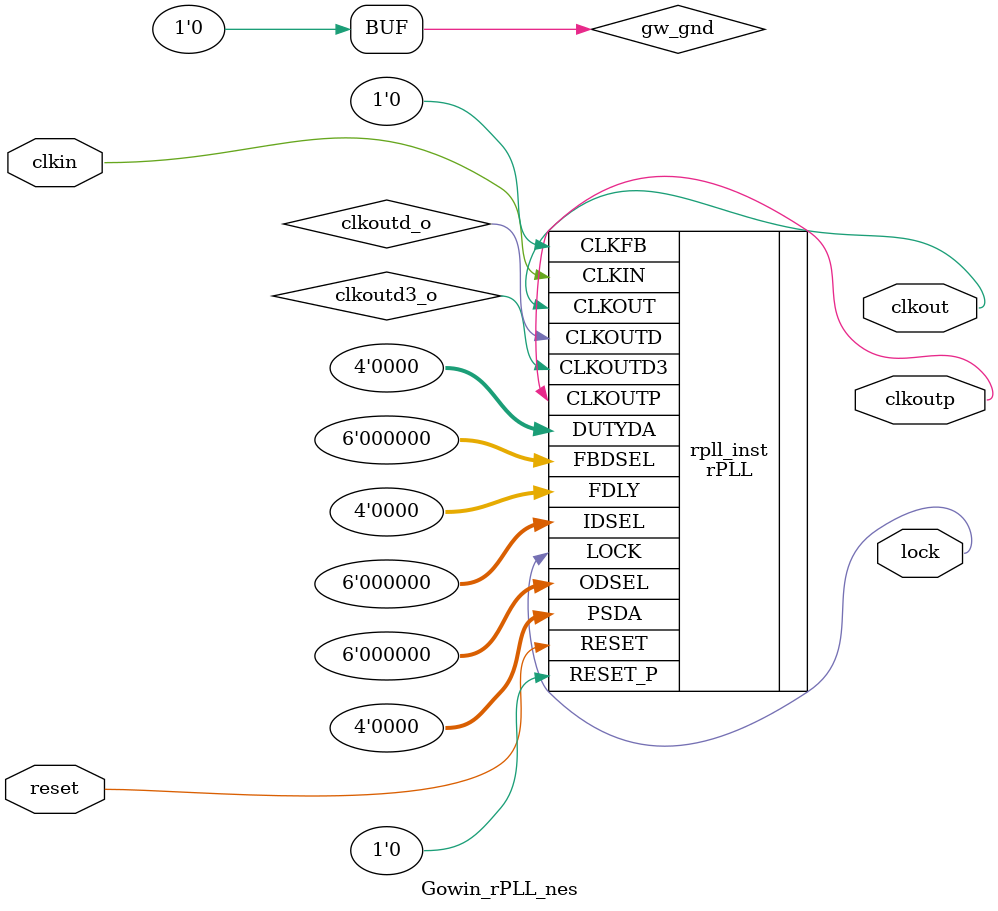
<source format=v>

module Gowin_rPLL_nes (clkout, clkoutp, lock, reset, clkin);

output clkout;
output clkoutp;
output lock;
input reset;
input clkin;

wire clkoutd_o;
wire clkoutd3_o;
wire gw_gnd;

assign gw_gnd = 1'b0;

rPLL rpll_inst (
    .CLKOUT(clkout),
    .LOCK(lock),
    .CLKOUTP(clkoutp),
    .CLKOUTD(clkoutd_o),
    .CLKOUTD3(clkoutd3_o),
    .RESET(reset),
    .RESET_P(gw_gnd),
    .CLKIN(clkin),
    .CLKFB(gw_gnd),
    .FBDSEL({gw_gnd,gw_gnd,gw_gnd,gw_gnd,gw_gnd,gw_gnd}),
    .IDSEL({gw_gnd,gw_gnd,gw_gnd,gw_gnd,gw_gnd,gw_gnd}),
    .ODSEL({gw_gnd,gw_gnd,gw_gnd,gw_gnd,gw_gnd,gw_gnd}),
    .PSDA({gw_gnd,gw_gnd,gw_gnd,gw_gnd}),
    .DUTYDA({gw_gnd,gw_gnd,gw_gnd,gw_gnd}),
    .FDLY({gw_gnd,gw_gnd,gw_gnd,gw_gnd})
);

// Target main clock: 5.369 * 5 = 26.845 Mhz

// 27 -> 27 Mhz, 1% off
defparam rpll_inst.FCLKIN = "27";
defparam rpll_inst.IDIV_SEL = 0;
defparam rpll_inst.FBDIV_SEL = 0;
defparam rpll_inst.ODIV_SEL = 32;

// 27 -> 37.8 Mhz, 0.6% deviation
//defparam rpll_inst.FCLKIN = "27";
//defparam rpll_inst.IDIV_SEL = 4;
//defparam rpll_inst.FBDIV_SEL = 6;
//defparam rpll_inst.ODIV_SEL = 16;

// 62.5 -> 37.5
//defparam rpll_inst.FCLKIN = "62.5";
//defparam rpll_inst.IDIV_SEL = 4;
//defparam rpll_inst.FBDIV_SEL = 2;
//defparam rpll_inst.ODIV_SEL = 16;

// 27 -> 27 Mhz
//defparam rpll_inst.FCLKIN = "27";
//defparam rpll_inst.IDIV_SEL = 4;   // IDIV is [0 ~ 8]
//defparam rpll_inst.FBDIV_SEL = 4;
//defparam rpll_inst.ODIV_SEL = 32;

defparam rpll_inst.DYN_IDIV_SEL = "false";
defparam rpll_inst.DYN_FBDIV_SEL = "false";
defparam rpll_inst.DYN_ODIV_SEL = "false";
defparam rpll_inst.PSDA_SEL = "1000";
defparam rpll_inst.DYN_DA_EN = "false";
defparam rpll_inst.DUTYDA_SEL = "1000";
defparam rpll_inst.CLKOUT_FT_DIR = 1'b1;
defparam rpll_inst.CLKOUTP_FT_DIR = 1'b1;
defparam rpll_inst.CLKOUT_DLY_STEP = 0;
defparam rpll_inst.CLKOUTP_DLY_STEP = 0;
defparam rpll_inst.CLKFB_SEL = "internal";
defparam rpll_inst.CLKOUT_BYPASS = "false";
defparam rpll_inst.CLKOUTP_BYPASS = "false";
defparam rpll_inst.CLKOUTD_BYPASS = "false";
defparam rpll_inst.DYN_SDIV_SEL = 2;
defparam rpll_inst.CLKOUTD_SRC = "CLKOUT";
defparam rpll_inst.CLKOUTD3_SRC = "CLKOUT";
defparam rpll_inst.DEVICE = "GW2AR-18";

endmodule //Gowin_rPLL

</source>
